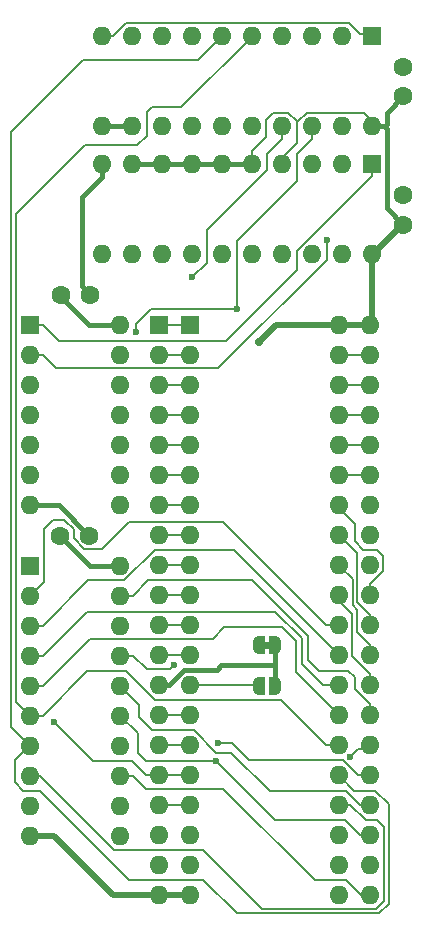
<source format=gbr>
%TF.GenerationSoftware,KiCad,Pcbnew,8.0.2*%
%TF.CreationDate,2024-05-20T19:48:17+02:00*%
%TF.ProjectId,MOS6566_Adapter,4d4f5336-3536-4365-9f41-646170746572,rev?*%
%TF.SameCoordinates,Original*%
%TF.FileFunction,Copper,L2,Bot*%
%TF.FilePolarity,Positive*%
%FSLAX46Y46*%
G04 Gerber Fmt 4.6, Leading zero omitted, Abs format (unit mm)*
G04 Created by KiCad (PCBNEW 8.0.2) date 2024-05-20 19:48:17*
%MOMM*%
%LPD*%
G01*
G04 APERTURE LIST*
G04 Aperture macros list*
%AMFreePoly0*
4,1,19,0.500000,-0.750000,0.000000,-0.750000,0.000000,-0.744911,-0.071157,-0.744911,-0.207708,-0.704816,-0.327430,-0.627875,-0.420627,-0.520320,-0.479746,-0.390866,-0.500000,-0.250000,-0.500000,0.250000,-0.479746,0.390866,-0.420627,0.520320,-0.327430,0.627875,-0.207708,0.704816,-0.071157,0.744911,0.000000,0.744911,0.000000,0.750000,0.500000,0.750000,0.500000,-0.750000,0.500000,-0.750000,
$1*%
%AMFreePoly1*
4,1,19,0.000000,0.744911,0.071157,0.744911,0.207708,0.704816,0.327430,0.627875,0.420627,0.520320,0.479746,0.390866,0.500000,0.250000,0.500000,-0.250000,0.479746,-0.390866,0.420627,-0.520320,0.327430,-0.627875,0.207708,-0.704816,0.071157,-0.744911,0.000000,-0.744911,0.000000,-0.750000,-0.500000,-0.750000,-0.500000,0.750000,0.000000,0.750000,0.000000,0.744911,0.000000,0.744911,
$1*%
G04 Aperture macros list end*
%TA.AperFunction,EtchedComponent*%
%ADD10C,0.000000*%
%TD*%
%TA.AperFunction,ComponentPad*%
%ADD11C,1.600000*%
%TD*%
%TA.AperFunction,ComponentPad*%
%ADD12R,1.600000X1.600000*%
%TD*%
%TA.AperFunction,ComponentPad*%
%ADD13O,1.600000X1.600000*%
%TD*%
%TA.AperFunction,SMDPad,CuDef*%
%ADD14FreePoly0,0.000000*%
%TD*%
%TA.AperFunction,SMDPad,CuDef*%
%ADD15FreePoly1,0.000000*%
%TD*%
%TA.AperFunction,ViaPad*%
%ADD16C,0.700000*%
%TD*%
%TA.AperFunction,ViaPad*%
%ADD17C,0.600000*%
%TD*%
%TA.AperFunction,Conductor*%
%ADD18C,0.200000*%
%TD*%
%TA.AperFunction,Conductor*%
%ADD19C,0.500000*%
%TD*%
%TA.AperFunction,Conductor*%
%ADD20C,0.400000*%
%TD*%
G04 APERTURE END LIST*
D10*
%TA.AperFunction,EtchedComponent*%
%TO.C,JP1*%
G36*
X125400000Y-82300000D02*
G01*
X124900000Y-82300000D01*
X124900000Y-81700000D01*
X125400000Y-81700000D01*
X125400000Y-82300000D01*
G37*
%TD.AperFunction*%
%TD*%
D11*
%TO.P,C3,1*%
%TO.N,/PwR5V*%
X107700000Y-52300000D03*
%TO.P,C3,2*%
%TO.N,/GND*%
X110200000Y-52300000D03*
%TD*%
%TO.P,C1,1*%
%TO.N,/PwR5V*%
X136700000Y-46400000D03*
%TO.P,C1,2*%
%TO.N,/GND*%
X136700000Y-43900000D03*
%TD*%
%TO.P,C2,1*%
%TO.N,/PwR5V*%
X136700000Y-35500000D03*
%TO.P,C2,2*%
%TO.N,/GND*%
X136700000Y-33000000D03*
%TD*%
D12*
%TO.P,U3,1*%
%TO.N,Net-(U1-AEC)*%
X105100000Y-54880000D03*
D13*
%TO.P,U3,2*%
%TO.N,Net-(U4-CE)*%
X105100000Y-57420000D03*
%TO.P,U3,3*%
%TO.N,N/C*%
X105100000Y-59960000D03*
%TO.P,U3,4*%
X105100000Y-62500000D03*
%TO.P,U3,5*%
X105100000Y-65040000D03*
%TO.P,U3,6*%
X105100000Y-67580000D03*
%TO.P,U3,7,GND*%
%TO.N,/GND*%
X105100000Y-70120000D03*
%TO.P,U3,8*%
%TO.N,N/C*%
X112720000Y-70120000D03*
%TO.P,U3,9*%
X112720000Y-67580000D03*
%TO.P,U3,10*%
X112720000Y-65040000D03*
%TO.P,U3,11*%
X112720000Y-62500000D03*
%TO.P,U3,12*%
X112720000Y-59960000D03*
%TO.P,U3,13*%
X112720000Y-57420000D03*
%TO.P,U3,14,VCC*%
%TO.N,/PwR5V*%
X112720000Y-54880000D03*
%TD*%
D12*
%TO.P,U2,1,D6*%
%TO.N,/D6*%
X116000000Y-54882000D03*
D13*
%TO.P,U2,2,D5*%
%TO.N,/D5*%
X116000000Y-57422000D03*
%TO.P,U2,3,D4*%
%TO.N,/D4*%
X116000000Y-59962000D03*
%TO.P,U2,4,D3*%
%TO.N,/D3*%
X116000000Y-62502000D03*
%TO.P,U2,5,D2*%
%TO.N,/D2*%
X116000000Y-65042000D03*
%TO.P,U2,6,D1*%
%TO.N,/D1*%
X116000000Y-67582000D03*
%TO.P,U2,7,D0*%
%TO.N,/D0*%
X116000000Y-70122000D03*
%TO.P,U2,8,IRQ*%
%TO.N,Net-(U1-IRQ)*%
X116000000Y-72662000D03*
%TO.P,U2,9,LP*%
%TO.N,Net-(U1-LP)*%
X116000000Y-75202000D03*
%TO.P,U2,10,~{CS}*%
%TO.N,Net-(U1-~{CS})*%
X116000000Y-77742000D03*
%TO.P,U2,11,R/~{W}*%
%TO.N,Net-(U1-R{slash}~{W})*%
X116000000Y-80282000D03*
%TO.P,U2,12,BA*%
%TO.N,Net-(U1-BA)*%
X116000000Y-82822000D03*
%TO.P,U2,13,VDD*%
%TO.N,Net-(JP1-B)*%
X116000000Y-85362000D03*
%TO.P,U2,14,Color*%
%TO.N,Net-(U1-Color)*%
X116000000Y-87902000D03*
%TO.P,U2,15,Sync*%
%TO.N,Net-(U1-Sync)*%
X116000000Y-90442000D03*
%TO.P,U2,16,AEC*%
%TO.N,Net-(U1-AEC)*%
X116000000Y-92982000D03*
%TO.P,U2,17,PHI0*%
%TO.N,Net-(U1-PHI0)*%
X116000000Y-95522000D03*
%TO.P,U2,18,RAS*%
%TO.N,Net-(U2-RAS)*%
X116000000Y-98062000D03*
%TO.P,U2,19,CAS*%
%TO.N,Net-(U2-CAS)*%
X116000000Y-100602000D03*
%TO.P,U2,20,VSS*%
%TO.N,/GND*%
X116000000Y-103142000D03*
%TO.P,U2,21,COLCLK*%
%TO.N,Net-(U1-COLCLK)*%
X131240000Y-103142000D03*
%TO.P,U2,22,DOTCLK*%
%TO.N,Net-(U1-DOTCLK)*%
X131240000Y-100602000D03*
%TO.P,U2,23,A11*%
%TO.N,/A11*%
X131240000Y-98062000D03*
%TO.P,U2,24,A0/A8*%
%TO.N,Net-(U2-A0{slash}A8)*%
X131240000Y-95522000D03*
%TO.P,U2,25,A1/A9*%
%TO.N,Net-(U2-A1{slash}A9)*%
X131240000Y-92982000D03*
%TO.P,U2,26,A2/A10*%
%TO.N,Net-(U2-A2{slash}A10)*%
X131240000Y-90442000D03*
%TO.P,U2,27,A3/A11*%
%TO.N,Net-(U2-A3{slash}A11)*%
X131240000Y-87902000D03*
%TO.P,U2,28,A4/A12*%
%TO.N,Net-(U2-A4{slash}A12)*%
X131240000Y-85362000D03*
%TO.P,U2,29,A5/A13*%
%TO.N,Net-(U2-A5{slash}A13)*%
X131240000Y-82822000D03*
%TO.P,U2,30,A6*%
%TO.N,Net-(U2-A6)*%
X131240000Y-80282000D03*
%TO.P,U2,31,A7*%
%TO.N,/A7*%
X131240000Y-77742000D03*
%TO.P,U2,32,A8*%
%TO.N,/A8*%
X131240000Y-75202000D03*
%TO.P,U2,33,A9*%
%TO.N,/A9*%
X131240000Y-72662000D03*
%TO.P,U2,34,A10*%
%TO.N,/A10*%
X131240000Y-70122000D03*
%TO.P,U2,35,D11*%
%TO.N,/D11*%
X131240000Y-67582000D03*
%TO.P,U2,36,D10*%
%TO.N,/D10*%
X131240000Y-65042000D03*
%TO.P,U2,37,D9*%
%TO.N,/D9*%
X131240000Y-62502000D03*
%TO.P,U2,38,D8*%
%TO.N,/D8*%
X131240000Y-59962000D03*
%TO.P,U2,39,D7*%
%TO.N,/D7*%
X131240000Y-57422000D03*
%TO.P,U2,40,VCC*%
%TO.N,/PwR5V*%
X131240000Y-54882000D03*
%TD*%
D12*
%TO.P,U6,1,OE*%
%TO.N,Net-(U1-AEC)*%
X134011500Y-41280000D03*
D13*
%TO.P,U6,2,D0*%
%TO.N,Net-(U2-A5{slash}A13)*%
X131471500Y-41280000D03*
%TO.P,U6,3,D1*%
%TO.N,Net-(U2-A4{slash}A12)*%
X128931500Y-41280000D03*
%TO.P,U6,4,D2*%
%TO.N,/PwR5V*%
X126391500Y-41280000D03*
%TO.P,U6,5,D3*%
X123851500Y-41280000D03*
%TO.P,U6,6,D4*%
X121311500Y-41280000D03*
%TO.P,U6,7,D5*%
X118771500Y-41280000D03*
%TO.P,U6,8,D6*%
X116231500Y-41280000D03*
%TO.P,U6,9,D7*%
X113691500Y-41280000D03*
%TO.P,U6,10,GND*%
%TO.N,/GND*%
X111151500Y-41280000D03*
%TO.P,U6,11,C*%
%TO.N,Net-(U2-CAS)*%
X111151500Y-48900000D03*
%TO.P,U6,12,Q7*%
%TO.N,unconnected-(U6-Q7-Pad12)*%
X113691500Y-48900000D03*
%TO.P,U6,13,Q6*%
%TO.N,unconnected-(U6-Q6-Pad13)*%
X116231500Y-48900000D03*
%TO.P,U6,14,Q5*%
%TO.N,unconnected-(U6-Q5-Pad14)*%
X118771500Y-48900000D03*
%TO.P,U6,15,Q4*%
%TO.N,unconnected-(U6-Q4-Pad15)*%
X121311500Y-48900000D03*
%TO.P,U6,16,Q3*%
%TO.N,unconnected-(U6-Q3-Pad16)*%
X123851500Y-48900000D03*
%TO.P,U6,17,Q2*%
%TO.N,unconnected-(U6-Q2-Pad17)*%
X126391500Y-48900000D03*
%TO.P,U6,18,Q1*%
%TO.N,Net-(U1-A12)*%
X128931500Y-48900000D03*
%TO.P,U6,19,Q0*%
%TO.N,Net-(U1-A13)*%
X131471500Y-48900000D03*
%TO.P,U6,20,VCC*%
%TO.N,/PwR5V*%
X134011500Y-48900000D03*
%TD*%
D12*
%TO.P,U5,1,OE*%
%TO.N,Net-(U1-AEC)*%
X105084000Y-75250000D03*
D13*
%TO.P,U5,2,D0*%
%TO.N,Net-(U2-A6)*%
X105084000Y-77790000D03*
%TO.P,U5,3,D1*%
%TO.N,Net-(U2-A5{slash}A13)*%
X105084000Y-80330000D03*
%TO.P,U5,4,D2*%
%TO.N,Net-(U2-A4{slash}A12)*%
X105084000Y-82870000D03*
%TO.P,U5,5,D3*%
%TO.N,Net-(U2-A3{slash}A11)*%
X105084000Y-85410000D03*
%TO.P,U5,6,D4*%
%TO.N,Net-(U2-A2{slash}A10)*%
X105084000Y-87950000D03*
%TO.P,U5,7,D5*%
%TO.N,Net-(U2-A1{slash}A9)*%
X105084000Y-90490000D03*
%TO.P,U5,8,D6*%
%TO.N,Net-(U2-A0{slash}A8)*%
X105084000Y-93030000D03*
%TO.P,U5,9,D7*%
%TO.N,/PwR5V*%
X105084000Y-95570000D03*
%TO.P,U5,10,GND*%
%TO.N,/GND*%
X105084000Y-98110000D03*
%TO.P,U5,11,C*%
%TO.N,Net-(U2-RAS)*%
X112704000Y-98110000D03*
%TO.P,U5,12,Q7*%
%TO.N,unconnected-(U5-Q7-Pad12)*%
X112704000Y-95570000D03*
%TO.P,U5,13,Q6*%
%TO.N,Net-(U1-A0)*%
X112704000Y-93030000D03*
%TO.P,U5,14,Q5*%
%TO.N,Net-(U1-A1)*%
X112704000Y-90490000D03*
%TO.P,U5,15,Q4*%
%TO.N,Net-(U1-A2)*%
X112704000Y-87950000D03*
%TO.P,U5,16,Q3*%
%TO.N,Net-(U1-A3)*%
X112704000Y-85410000D03*
%TO.P,U5,17,Q2*%
%TO.N,Net-(U1-A4)*%
X112704000Y-82870000D03*
%TO.P,U5,18,Q1*%
%TO.N,Net-(U1-A5)*%
X112704000Y-80330000D03*
%TO.P,U5,19,Q0*%
%TO.N,Net-(U1-A6)*%
X112704000Y-77790000D03*
%TO.P,U5,20,VCC*%
%TO.N,/PwR5V*%
X112704000Y-75250000D03*
%TD*%
D12*
%TO.P,U1,1,D6*%
%TO.N,/D6*%
X118660000Y-54882000D03*
D13*
%TO.P,U1,2,D5*%
%TO.N,/D5*%
X118660000Y-57422000D03*
%TO.P,U1,3,D4*%
%TO.N,/D4*%
X118660000Y-59962000D03*
%TO.P,U1,4,D3*%
%TO.N,/D3*%
X118660000Y-62502000D03*
%TO.P,U1,5,D2*%
%TO.N,/D2*%
X118660000Y-65042000D03*
%TO.P,U1,6,D1*%
%TO.N,/D1*%
X118660000Y-67582000D03*
%TO.P,U1,7,D0*%
%TO.N,/D0*%
X118660000Y-70122000D03*
%TO.P,U1,8,IRQ*%
%TO.N,Net-(U1-IRQ)*%
X118660000Y-72662000D03*
%TO.P,U1,9,LP*%
%TO.N,Net-(U1-LP)*%
X118660000Y-75202000D03*
%TO.P,U1,10,~{CS}*%
%TO.N,Net-(U1-~{CS})*%
X118660000Y-77742000D03*
%TO.P,U1,11,R/~{W}*%
%TO.N,Net-(U1-R{slash}~{W})*%
X118660000Y-80282000D03*
%TO.P,U1,12,BA*%
%TO.N,Net-(U1-BA)*%
X118660000Y-82822000D03*
%TO.P,U1,13,VDD*%
%TO.N,/Power12V*%
X118660000Y-85362000D03*
%TO.P,U1,14,Color*%
%TO.N,Net-(U1-Color)*%
X118660000Y-87902000D03*
%TO.P,U1,15,Sync*%
%TO.N,Net-(U1-Sync)*%
X118660000Y-90442000D03*
%TO.P,U1,16,AEC*%
%TO.N,Net-(U1-AEC)*%
X118660000Y-92982000D03*
%TO.P,U1,17,PHI0*%
%TO.N,Net-(U1-PHI0)*%
X118660000Y-95522000D03*
%TO.P,U1,18,DOTCLK*%
%TO.N,Net-(U1-DOTCLK)*%
X118660000Y-98062000D03*
%TO.P,U1,19,COLCLK*%
%TO.N,Net-(U1-COLCLK)*%
X118660000Y-100602000D03*
%TO.P,U1,20,VSS*%
%TO.N,/GND*%
X118660000Y-103142000D03*
%TO.P,U1,21,A0*%
%TO.N,Net-(U1-A0)*%
X133900000Y-103142000D03*
%TO.P,U1,22,A1*%
%TO.N,Net-(U1-A1)*%
X133900000Y-100602000D03*
%TO.P,U1,23,A2*%
%TO.N,Net-(U1-A2)*%
X133900000Y-98062000D03*
%TO.P,U1,24,A3*%
%TO.N,Net-(U1-A3)*%
X133900000Y-95522000D03*
%TO.P,U1,25,A4*%
%TO.N,Net-(U1-A4)*%
X133900000Y-92982000D03*
%TO.P,U1,26,A5*%
%TO.N,Net-(U1-A5)*%
X133900000Y-90442000D03*
%TO.P,U1,27,A6*%
%TO.N,Net-(U1-A6)*%
X133900000Y-87902000D03*
%TO.P,U1,28,A7*%
%TO.N,/A7*%
X133900000Y-85362000D03*
%TO.P,U1,29,A8*%
%TO.N,/A8*%
X133900000Y-82822000D03*
%TO.P,U1,30,A9*%
%TO.N,/A9*%
X133900000Y-80282000D03*
%TO.P,U1,31,A10*%
%TO.N,/A10*%
X133900000Y-77742000D03*
%TO.P,U1,32,A11*%
%TO.N,/A11*%
X133900000Y-75202000D03*
%TO.P,U1,33,A12*%
%TO.N,Net-(U1-A12)*%
X133900000Y-72662000D03*
%TO.P,U1,34,A13*%
%TO.N,Net-(U1-A13)*%
X133900000Y-70122000D03*
%TO.P,U1,35,D11*%
%TO.N,/D11*%
X133900000Y-67582000D03*
%TO.P,U1,36,D10*%
%TO.N,/D10*%
X133900000Y-65042000D03*
%TO.P,U1,37,D9*%
%TO.N,/D9*%
X133900000Y-62502000D03*
%TO.P,U1,38,D8*%
%TO.N,/D8*%
X133900000Y-59962000D03*
%TO.P,U1,39,D7*%
%TO.N,/D7*%
X133900000Y-57422000D03*
%TO.P,U1,40,VCC*%
%TO.N,/PwR5V*%
X133900000Y-54882000D03*
%TD*%
D11*
%TO.P,C4,1*%
%TO.N,/PwR5V*%
X107600000Y-72700000D03*
%TO.P,C4,2*%
%TO.N,/GND*%
X110100000Y-72700000D03*
%TD*%
D12*
%TO.P,U4,1,A->B*%
%TO.N,/GND*%
X134007500Y-30430000D03*
D13*
%TO.P,U4,2,A0*%
%TO.N,Net-(U2-A5{slash}A13)*%
X131467500Y-30430000D03*
%TO.P,U4,3,A1*%
%TO.N,Net-(U2-A4{slash}A12)*%
X128927500Y-30430000D03*
%TO.P,U4,4,A2*%
%TO.N,Net-(U2-A3{slash}A11)*%
X126387500Y-30430000D03*
%TO.P,U4,5,A3*%
%TO.N,Net-(U2-A2{slash}A10)*%
X123847500Y-30430000D03*
%TO.P,U4,6,A4*%
%TO.N,Net-(U2-A1{slash}A9)*%
X121307500Y-30430000D03*
%TO.P,U4,7,A5*%
%TO.N,Net-(U2-A0{slash}A8)*%
X118767500Y-30430000D03*
%TO.P,U4,8,A6*%
%TO.N,unconnected-(U4-A6-Pad8)*%
X116227500Y-30430000D03*
%TO.P,U4,9,A7*%
%TO.N,unconnected-(U4-A7-Pad9)*%
X113687500Y-30430000D03*
%TO.P,U4,10,GND*%
%TO.N,/GND*%
X111147500Y-30430000D03*
%TO.P,U4,11,B7*%
%TO.N,/PwR5V*%
X111147500Y-38050000D03*
%TO.P,U4,12,B6*%
X113687500Y-38050000D03*
%TO.P,U4,13,B5*%
%TO.N,Net-(U1-A0)*%
X116227500Y-38050000D03*
%TO.P,U4,14,B4*%
%TO.N,Net-(U1-A1)*%
X118767500Y-38050000D03*
%TO.P,U4,15,B3*%
%TO.N,Net-(U1-A2)*%
X121307500Y-38050000D03*
%TO.P,U4,16,B2*%
%TO.N,Net-(U1-A3)*%
X123847500Y-38050000D03*
%TO.P,U4,17,B1*%
%TO.N,Net-(U1-A4)*%
X126387500Y-38050000D03*
%TO.P,U4,18,B0*%
%TO.N,Net-(U1-A5)*%
X128927500Y-38050000D03*
%TO.P,U4,19,CE*%
%TO.N,Net-(U4-CE)*%
X131467500Y-38050000D03*
%TO.P,U4,20,VCC*%
%TO.N,/PwR5V*%
X134007500Y-38050000D03*
%TD*%
D14*
%TO.P,JP2,1,A*%
%TO.N,/Power12V*%
X124500000Y-85400000D03*
D15*
%TO.P,JP2,2,B*%
%TO.N,Net-(JP1-B)*%
X125800000Y-85400000D03*
%TD*%
D14*
%TO.P,JP1,1,A*%
%TO.N,/PwR5V*%
X124500000Y-82000000D03*
D15*
%TO.P,JP1,2,B*%
%TO.N,Net-(JP1-B)*%
X125800000Y-82000000D03*
%TD*%
D16*
%TO.N,/PwR5V*%
X124500000Y-56300000D03*
X124500000Y-82000000D03*
D17*
%TO.N,Net-(U1-A2)*%
X120838500Y-91800000D03*
%TO.N,Net-(U1-AEC)*%
X107100000Y-88500000D03*
%TO.N,Net-(U1-A5)*%
X132203000Y-91461300D03*
X114043400Y-55427300D03*
X122600000Y-53492200D03*
%TO.N,Net-(U1-A4)*%
X117300000Y-83700000D03*
X121000000Y-90300000D03*
X118842300Y-50818400D03*
%TO.N,Net-(U4-CE)*%
X130200000Y-47700000D03*
%TD*%
D18*
%TO.N,/GND*%
X132100000Y-29300000D02*
X133000000Y-30200000D01*
D19*
X112142000Y-103142000D02*
X116000000Y-103142000D01*
D18*
X133777500Y-30200000D02*
X134007500Y-30430000D01*
D19*
X105084000Y-98110000D02*
X107110000Y-98110000D01*
X107110000Y-98110000D02*
X112142000Y-103142000D01*
D18*
X113241500Y-29300000D02*
X132100000Y-29300000D01*
D20*
X110200000Y-52300000D02*
X109500000Y-51600000D01*
X107520000Y-70120000D02*
X105100000Y-70120000D01*
D19*
X118660000Y-103142000D02*
X116000000Y-103142000D01*
D20*
X110100000Y-72700000D02*
X107520000Y-70120000D01*
X111151500Y-42381700D02*
X111151500Y-41280000D01*
X109500000Y-44033200D02*
X111151500Y-42381700D01*
D18*
X111147500Y-30430000D02*
X112111500Y-30430000D01*
X133000000Y-30200000D02*
X133777500Y-30200000D01*
D20*
X109500000Y-51600000D02*
X109500000Y-44033200D01*
D18*
X112111500Y-30430000D02*
X113241500Y-29300000D01*
D20*
%TO.N,/PwR5V*%
X107700000Y-52500000D02*
X110080000Y-54880000D01*
X135300000Y-37859200D02*
X135300000Y-36900000D01*
X118771500Y-41280000D02*
X121311500Y-41280000D01*
X121311500Y-41280000D02*
X122413200Y-41280000D01*
D18*
X127799100Y-37614300D02*
X127700000Y-37713400D01*
D20*
X110080000Y-54880000D02*
X112720000Y-54880000D01*
D18*
X134007500Y-38050000D02*
X134509000Y-38050000D01*
X125100000Y-38929800D02*
X123851500Y-40178300D01*
X135010400Y-38050000D02*
X135109200Y-38050000D01*
X127656700Y-37614300D02*
X126943700Y-36901300D01*
D20*
X135109200Y-38050000D02*
X135300100Y-38240900D01*
D18*
X126391500Y-40773600D02*
X126391500Y-41280000D01*
X127799100Y-37614300D02*
X127656700Y-37614300D01*
D19*
X125900000Y-54900000D02*
X131222000Y-54900000D01*
D20*
X135300100Y-38240900D02*
X135300100Y-45000200D01*
D18*
X123851500Y-40178300D02*
X123851500Y-41280000D01*
D19*
X134011500Y-54770500D02*
X134011500Y-48900000D01*
D20*
X123851500Y-41280000D02*
X122413200Y-41280000D01*
D18*
X125698700Y-36901300D02*
X125100000Y-37500000D01*
X127700000Y-39465100D02*
X126391500Y-40773600D01*
X133900000Y-54882000D02*
X134011500Y-54770500D01*
D19*
X136600000Y-46400000D02*
X136700000Y-46400000D01*
D20*
X134509000Y-38050000D02*
X135010400Y-38050000D01*
X116231500Y-41280000D02*
X113691500Y-41280000D01*
D18*
X133900000Y-54882000D02*
X133900000Y-55432800D01*
X133361100Y-36902100D02*
X128511300Y-36902100D01*
D20*
X135300000Y-36900000D02*
X136700000Y-35500000D01*
D18*
X126943700Y-36901300D02*
X125698700Y-36901300D01*
D19*
X134011500Y-48900000D02*
X134100000Y-48900000D01*
D20*
X135300100Y-45000200D02*
X135300200Y-45000200D01*
D19*
X131240000Y-54882000D02*
X133900000Y-54882000D01*
D20*
X110150000Y-75250000D02*
X112704000Y-75250000D01*
X107700000Y-52300000D02*
X107700000Y-52500000D01*
D19*
X131222000Y-54900000D02*
X131240000Y-54882000D01*
D18*
X128511300Y-36902100D02*
X127799100Y-37614300D01*
D20*
X116231500Y-41280000D02*
X118771500Y-41280000D01*
X107600000Y-72700000D02*
X110150000Y-75250000D01*
D18*
X127700000Y-37713400D02*
X127700000Y-39465100D01*
D20*
X135300200Y-45000200D02*
X136700000Y-46400000D01*
D19*
X124500000Y-56300000D02*
X125900000Y-54900000D01*
D18*
X134509000Y-38050000D02*
X133361100Y-36902100D01*
D19*
X134100000Y-48900000D02*
X136600000Y-46400000D01*
D20*
X135109200Y-38050000D02*
X135300000Y-37859200D01*
X113687500Y-38050000D02*
X111147500Y-38050000D01*
D18*
X133900000Y-54900000D02*
X133900000Y-54882000D01*
X125100000Y-37500000D02*
X125100000Y-38929800D01*
D20*
%TO.N,Net-(JP1-B)*%
X125800000Y-83700000D02*
X121300000Y-83700000D01*
D18*
X125798500Y-85398500D02*
X125800000Y-85400000D01*
D20*
X116828925Y-85362000D02*
X116000000Y-85362000D01*
X120900000Y-84100000D02*
X118090925Y-84100000D01*
X125800000Y-82000000D02*
X125800000Y-85400000D01*
X118090925Y-84100000D02*
X116828925Y-85362000D01*
X121300000Y-83700000D02*
X120900000Y-84100000D01*
D18*
%TO.N,/Power12V*%
X124462000Y-85362000D02*
X119761700Y-85362000D01*
X124500000Y-85400000D02*
X124462000Y-85362000D01*
X118660000Y-85362000D02*
X119761700Y-85362000D01*
%TO.N,/D8*%
X133900000Y-59962000D02*
X131240000Y-59962000D01*
%TO.N,Net-(U1-PHI0)*%
X118660000Y-95522000D02*
X116000000Y-95522000D01*
%TO.N,/A10*%
X131400000Y-70282000D02*
X131400000Y-70500000D01*
X132600000Y-71700000D02*
X132600000Y-73200000D01*
X132600000Y-73200000D02*
X133300000Y-73900000D01*
X135001700Y-74401700D02*
X135001700Y-75698300D01*
X135001700Y-75698300D02*
X133900000Y-76800000D01*
X131240000Y-70122000D02*
X131400000Y-70282000D01*
X131400000Y-70500000D02*
X132600000Y-71700000D01*
X134500000Y-73900000D02*
X135001700Y-74401700D01*
X133900000Y-76800000D02*
X133900000Y-77742000D01*
X133300000Y-73900000D02*
X134500000Y-73900000D01*
%TO.N,Net-(U1-Sync)*%
X118660000Y-90442000D02*
X116000000Y-90442000D01*
%TO.N,/D5*%
X118660000Y-57422000D02*
X116000000Y-57422000D01*
%TO.N,Net-(U1-A2)*%
X114900000Y-91800000D02*
X114200000Y-91100000D01*
X120838500Y-91800000D02*
X114900000Y-91800000D01*
X114200000Y-91100000D02*
X114200000Y-89446000D01*
X120838500Y-91800000D02*
X125830500Y-96792000D01*
X125830500Y-96792000D02*
X131792000Y-96792000D01*
X114200000Y-89446000D02*
X112704000Y-87950000D01*
X131792000Y-96792000D02*
X133062000Y-98062000D01*
X133062000Y-98062000D02*
X133900000Y-98062000D01*
%TO.N,/D9*%
X133900000Y-62502000D02*
X131240000Y-62502000D01*
%TO.N,/A9*%
X132798300Y-78298300D02*
X132798300Y-74198300D01*
X132798300Y-74198300D02*
X131262000Y-72662000D01*
X133900000Y-80282000D02*
X133900000Y-79400000D01*
X133900000Y-79400000D02*
X132798300Y-78298300D01*
X131262000Y-72662000D02*
X131240000Y-72662000D01*
%TO.N,/D11*%
X133900000Y-67582000D02*
X131240000Y-67582000D01*
%TO.N,/D0*%
X118660000Y-70122000D02*
X116000000Y-70122000D01*
%TO.N,Net-(U1-BA)*%
X118660000Y-82822000D02*
X116000000Y-82822000D01*
%TO.N,Net-(U1-AEC)*%
X134011500Y-42244000D02*
X127661500Y-48594000D01*
X114898300Y-92982000D02*
X116000000Y-92982000D01*
X127661500Y-50238500D02*
X121700000Y-56200000D01*
X113716300Y-91800000D02*
X114898300Y-92982000D01*
X134011500Y-41280000D02*
X134011500Y-42244000D01*
X107521700Y-56200000D02*
X106201700Y-54880000D01*
X127661500Y-48594000D02*
X127661500Y-50238500D01*
X121700000Y-56200000D02*
X107521700Y-56200000D01*
X110400000Y-91800000D02*
X113716300Y-91800000D01*
X118660000Y-92982000D02*
X116000000Y-92982000D01*
X106201700Y-54880000D02*
X105100000Y-54880000D01*
X107100000Y-88500000D02*
X110400000Y-91800000D01*
%TO.N,/D7*%
X133900000Y-57422000D02*
X131240000Y-57422000D01*
%TO.N,Net-(U1-Color)*%
X118660000Y-87902000D02*
X116000000Y-87902000D01*
%TO.N,Net-(U1-IRQ)*%
X118660000Y-72662000D02*
X116000000Y-72662000D01*
%TO.N,Net-(U1-LP)*%
X118660000Y-75202000D02*
X116000000Y-75202000D01*
%TO.N,Net-(U1-A0)*%
X133142000Y-103142000D02*
X133900000Y-103142000D01*
X112704000Y-93030000D02*
X113805700Y-93030000D01*
X113805700Y-93030000D02*
X114907400Y-94131700D01*
X129186000Y-101872000D02*
X131872000Y-101872000D01*
X121445700Y-94131700D02*
X129186000Y-101872000D01*
X131872000Y-101872000D02*
X133142000Y-103142000D01*
X114907400Y-94131700D02*
X121445700Y-94131700D01*
%TO.N,/D2*%
X118660000Y-65042000D02*
X116000000Y-65042000D01*
%TO.N,Net-(U1-A5)*%
X133542000Y-90800000D02*
X132864300Y-90800000D01*
X127661500Y-40417700D02*
X128927500Y-39151700D01*
X115350600Y-53492200D02*
X114043400Y-54799400D01*
X122600000Y-53492200D02*
X122600000Y-47738400D01*
X127661500Y-42676900D02*
X127661500Y-40417700D01*
X122600000Y-53492200D02*
X115350600Y-53492200D01*
X122600000Y-47738400D02*
X127661500Y-42676900D01*
X133900000Y-90442000D02*
X133542000Y-90800000D01*
X132864300Y-90800000D02*
X132203000Y-91461300D01*
X114043400Y-54799400D02*
X114043400Y-55427300D01*
X128927500Y-39151700D02*
X128927500Y-38050000D01*
%TO.N,Net-(U1-A6)*%
X115095700Y-76500000D02*
X113805700Y-77790000D01*
X133900000Y-87000000D02*
X132600000Y-85700000D01*
X128600000Y-81200000D02*
X123900000Y-76500000D01*
X129547900Y-84147900D02*
X128600000Y-83200000D01*
X132600000Y-84700000D02*
X132047900Y-84147900D01*
X133900000Y-87902000D02*
X133900000Y-87000000D01*
X132600000Y-85700000D02*
X132600000Y-84700000D01*
X123900000Y-76500000D02*
X115095700Y-76500000D01*
X132047900Y-84147900D02*
X129547900Y-84147900D01*
X128600000Y-83200000D02*
X128600000Y-81200000D01*
X113805700Y-77790000D02*
X112704000Y-77790000D01*
%TO.N,Net-(U1-A3)*%
X125365600Y-94300000D02*
X131822500Y-94300000D01*
X112704000Y-85410000D02*
X114300000Y-87006000D01*
X131822500Y-94300000D02*
X133044500Y-95522000D01*
X118997200Y-89200000D02*
X120876800Y-91079600D01*
X133044500Y-95522000D02*
X133900000Y-95522000D01*
X114300000Y-88100000D02*
X115400000Y-89200000D01*
X122145200Y-91079600D02*
X125365600Y-94300000D01*
X115400000Y-89200000D02*
X118997200Y-89200000D01*
X114300000Y-87006000D02*
X114300000Y-88100000D01*
X120876800Y-91079600D02*
X122145200Y-91079600D01*
%TO.N,Net-(U1-R{slash}~{W})*%
X118660000Y-80282000D02*
X116000000Y-80282000D01*
%TO.N,Net-(U1-A4)*%
X132882000Y-92982000D02*
X133900000Y-92982000D01*
X131603000Y-91709829D02*
X131954471Y-92061300D01*
X126387500Y-39151700D02*
X126387500Y-38050000D01*
X114955700Y-84020000D02*
X113805700Y-82870000D01*
X131961300Y-92061300D02*
X132882000Y-92982000D01*
X117300000Y-83700000D02*
X116980000Y-84020000D01*
X125122400Y-41777600D02*
X125122400Y-40416800D01*
X131603000Y-91704800D02*
X131603000Y-91709829D01*
X123621300Y-91704800D02*
X131603000Y-91704800D01*
X125122400Y-40416800D02*
X126387500Y-39151700D01*
X116980000Y-84020000D02*
X114955700Y-84020000D01*
X120041500Y-49619200D02*
X120041500Y-46858500D01*
X118842300Y-50818400D02*
X120041500Y-49619200D01*
X113805700Y-82870000D02*
X112704000Y-82870000D01*
X121000000Y-90300000D02*
X122216500Y-90300000D01*
X122216500Y-90300000D02*
X123621300Y-91704800D01*
X131954471Y-92061300D02*
X131961300Y-92061300D01*
X120041500Y-46858500D02*
X125122400Y-41777600D01*
%TO.N,/A7*%
X131240000Y-78240000D02*
X131240000Y-77742000D01*
X132362000Y-82911000D02*
X132362000Y-79362000D01*
X133900000Y-85362000D02*
X133900000Y-84449000D01*
X132362000Y-79362000D02*
X131240000Y-78240000D01*
X133900000Y-84449000D02*
X132362000Y-82911000D01*
%TO.N,/A8*%
X132785400Y-78981900D02*
X132785400Y-80834000D01*
X133900000Y-81948600D02*
X133900000Y-82822000D01*
X132398300Y-78594800D02*
X132785400Y-78981900D01*
X132398300Y-76398300D02*
X132398300Y-78594800D01*
X132785400Y-80834000D02*
X133900000Y-81948600D01*
X131240000Y-75202000D02*
X131240000Y-75240000D01*
X131240000Y-75240000D02*
X132398300Y-76398300D01*
%TO.N,/D1*%
X118660000Y-67582000D02*
X116000000Y-67582000D01*
%TO.N,/D10*%
X133900000Y-65042000D02*
X131240000Y-65042000D01*
%TO.N,/D3*%
X118660000Y-62502000D02*
X116000000Y-62502000D01*
%TO.N,Net-(U1-~{CS})*%
X118660000Y-77742000D02*
X116000000Y-77742000D01*
%TO.N,/D6*%
X118660000Y-54882000D02*
X116000000Y-54882000D01*
%TO.N,/D4*%
X118660000Y-59962000D02*
X116000000Y-59962000D01*
%TO.N,Net-(U2-A6)*%
X130138300Y-80282000D02*
X131240000Y-80282000D01*
X111188600Y-73811000D02*
X113463700Y-71535900D01*
X108775900Y-72936100D02*
X109650800Y-73811000D01*
X106238300Y-72161700D02*
X107000000Y-71400000D01*
X106238300Y-76635700D02*
X106238300Y-72161700D01*
X105084000Y-77790000D02*
X106238300Y-76635700D01*
X108775900Y-72175900D02*
X108775900Y-72936100D01*
X109650800Y-73811000D02*
X111188600Y-73811000D01*
X121392200Y-71535900D02*
X130138300Y-80282000D01*
X113463700Y-71535900D02*
X121392200Y-71535900D01*
X108000000Y-71400000D02*
X108775900Y-72175900D01*
X107000000Y-71400000D02*
X108000000Y-71400000D01*
%TO.N,Net-(U2-A2{slash}A10)*%
X106150000Y-87950000D02*
X109900000Y-84200000D01*
X109733000Y-39667000D02*
X114133000Y-39667000D01*
X103900000Y-45500000D02*
X109733000Y-39667000D01*
X109900000Y-84200000D02*
X113200000Y-84200000D01*
X115400000Y-36400000D02*
X117900000Y-36400000D01*
X113200000Y-84200000D02*
X115632000Y-86632000D01*
X115632000Y-86632000D02*
X126328300Y-86632000D01*
X105084000Y-87950000D02*
X103900000Y-86766000D01*
X117900000Y-36400000D02*
X123847500Y-30452500D01*
X103900000Y-86766000D02*
X103900000Y-45500000D01*
X130138300Y-90442000D02*
X131240000Y-90442000D01*
X126328300Y-86632000D02*
X130138300Y-90442000D01*
X114957500Y-38842500D02*
X114957500Y-36842500D01*
X105084000Y-87950000D02*
X106150000Y-87950000D01*
X114133000Y-39667000D02*
X114957500Y-38842500D01*
X114957500Y-36842500D02*
X115400000Y-36400000D01*
X123847500Y-30452500D02*
X123847500Y-30430000D01*
%TO.N,Net-(U2-A1{slash}A9)*%
X105084000Y-90490000D02*
X105010000Y-90490000D01*
X122588200Y-104700000D02*
X134629400Y-104700000D01*
X132558000Y-94300000D02*
X131240000Y-92982000D01*
X105010000Y-90490000D02*
X103800000Y-91700000D01*
X119337500Y-32400000D02*
X109600000Y-32400000D01*
X119760200Y-101872000D02*
X122588200Y-104700000D01*
X103800000Y-93600000D02*
X104500000Y-94300000D01*
X121307500Y-30430000D02*
X119337500Y-32400000D01*
X134629400Y-104700000D02*
X135458800Y-103870600D01*
X135458800Y-95460000D02*
X134298800Y-94300000D01*
X109600000Y-32400000D02*
X103500000Y-38500000D01*
X104500000Y-94300000D02*
X105900000Y-94300000D01*
X134298800Y-94300000D02*
X132558000Y-94300000D01*
X135458800Y-103870600D02*
X135458800Y-95460000D01*
X105900000Y-94300000D02*
X113472000Y-101872000D01*
X103500000Y-88900000D02*
X105084000Y-90484000D01*
X103800000Y-91700000D02*
X103800000Y-93600000D01*
X113472000Y-101872000D02*
X119760200Y-101872000D01*
X103500000Y-38500000D02*
X103500000Y-88900000D01*
X105084000Y-90484000D02*
X105084000Y-90490000D01*
%TO.N,Net-(U2-A0{slash}A8)*%
X119760200Y-99332000D02*
X124728200Y-104300000D01*
X105084000Y-93030000D02*
X105930000Y-93030000D01*
X135057100Y-103633700D02*
X135057100Y-97357100D01*
X132222000Y-95522000D02*
X131240000Y-95522000D01*
X134500000Y-96800000D02*
X133500000Y-96800000D01*
X133500000Y-96800000D02*
X132222000Y-95522000D01*
X105930000Y-93030000D02*
X112232000Y-99332000D01*
X112232000Y-99332000D02*
X119760200Y-99332000D01*
X135057100Y-97357100D02*
X134500000Y-96800000D01*
X134390800Y-104300000D02*
X135057100Y-103633700D01*
X124728200Y-104300000D02*
X134390800Y-104300000D01*
%TO.N,Net-(U2-A3{slash}A11)*%
X120543200Y-81431700D02*
X110164000Y-81431700D01*
X126444000Y-80444000D02*
X121530900Y-80444000D01*
X106185700Y-85410000D02*
X105084000Y-85410000D01*
X127600000Y-84262000D02*
X127600000Y-81600000D01*
X110164000Y-81431700D02*
X106185700Y-85410000D01*
X131240000Y-87902000D02*
X127600000Y-84262000D01*
X121530900Y-80444000D02*
X120543200Y-81431700D01*
X127600000Y-81600000D02*
X126444000Y-80444000D01*
%TO.N,Net-(U2-A5{slash}A13)*%
X115635300Y-73900000D02*
X122318000Y-73900000D01*
X113047000Y-76488300D02*
X115635300Y-73900000D01*
X122318000Y-73900000D02*
X131240000Y-82822000D01*
X110027400Y-76488300D02*
X113047000Y-76488300D01*
X106185700Y-80330000D02*
X110027400Y-76488300D01*
X105084000Y-80330000D02*
X106185700Y-80330000D01*
%TO.N,Net-(U2-A4{slash}A12)*%
X109903500Y-79152200D02*
X125852200Y-79152200D01*
X128100000Y-81400000D02*
X128100000Y-83600000D01*
X128100000Y-83600000D02*
X129862000Y-85362000D01*
X105084000Y-82870000D02*
X106185700Y-82870000D01*
X129862000Y-85362000D02*
X131240000Y-85362000D01*
X106185700Y-82870000D02*
X109903500Y-79152200D01*
X125852200Y-79152200D02*
X128100000Y-81400000D01*
%TO.N,Net-(U4-CE)*%
X121028750Y-58532000D02*
X107313700Y-58532000D01*
X107313700Y-58532000D02*
X106201700Y-57420000D01*
X130200000Y-49360750D02*
X121028750Y-58532000D01*
X130200000Y-47700000D02*
X130200000Y-49360750D01*
X106201700Y-57420000D02*
X105100000Y-57420000D01*
%TD*%
M02*

</source>
